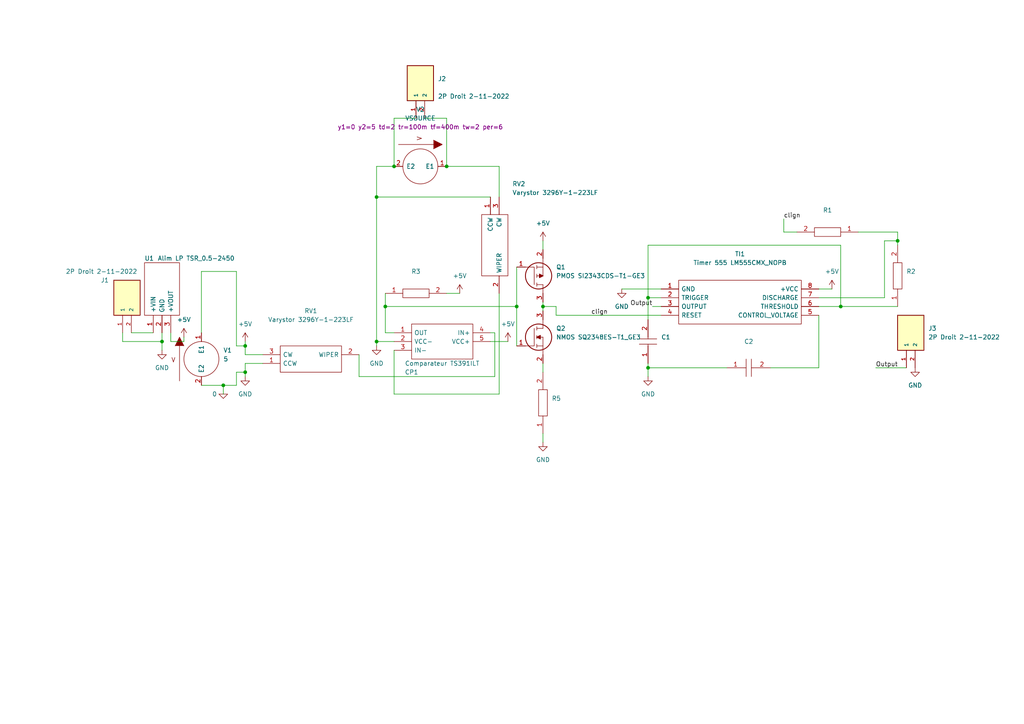
<source format=kicad_sch>
(kicad_sch (version 20211123) (generator eeschema)
  (paper "A4")
  (lib_symbols
    (symbol "EPSA_lib:2P Droit 2-11-2022" (pin_names (offset 1.016))
      (property "Reference" "J" (at -2.54 3.81 0))
      (property "Value" "2P Droit 2-11-2022" (at -12.7 6.35 0))
      (symbol "2P Droit 2-11-2022_0_0"
        (rectangle (start -5.08 -5.08) (end 5.08 2.54) (stroke (width 0.254)) (fill (type background)))
        (pin passive line (at -10.16 0 0) (length 5.08) (name "1") (number "1"))
        (pin passive line (at -10.16 -2.54 0) (length 5.08) (name "2") (number "2"))
      )
    )
    (symbol "EPSA_lib:Alim LP TSR_0.5-2450" (pin_names (offset 0.762))
      (property "Reference" "U" (at 21.59 7.62 0))
      (property "Value" "Alim LP TSR_0.5-2450" (at 21.59 5.08 0))
      (symbol "Alim LP TSR_0.5-2450_0_0"
        (pin passive line (at 0 0 0) (length 5.08) (name "+VIN") (number "1"))
        (pin passive line (at 0 -2.54 0) (length 5.08) (name "GND") (number "2"))
        (pin passive line (at 0 -5.08 0) (length 5.08) (name "+VOUT") (number "3"))
      )
      (symbol "Alim LP TSR_0.5-2450_0_1"
        (polyline (pts (xy 5.08 2.54) (xy 20.32 2.54) (xy 20.32 -7.62) (xy 5.08 -7.62) (xy 5.08 2.54)) (stroke (width 0.1524)))
      )
    )
    (symbol "EPSA_lib:Comparateur TS391ILT" (pin_names (offset 0.762))
      (property "Reference" "CP" (at 35.56 7.62 0))
      (property "Value" "Comparateur TS391ILT" (at 35.56 5.08 0))
      (property "Spice_Lib_File" "${EPSA}\\SpiceModel\\C_ts391.lib" (at 35.56 12.7 0))
      (symbol "Comparateur TS391ILT_0_0"
        (pin passive line (at 0 0 0) (length 5.08) (name "OUT") (number "1"))
        (pin passive line (at 0 -2.54 0) (length 5.08) (name "VCC-") (number "2"))
        (pin passive line (at 0 -5.08 0) (length 5.08) (name "IN-") (number "3"))
        (pin passive line (at 27.94 0 180) (length 5.08) (name "IN+") (number "4"))
        (pin passive line (at 27.94 -2.54 180) (length 5.08) (name "VCC+") (number "5"))
      )
      (symbol "Comparateur TS391ILT_0_1"
        (polyline (pts (xy 5.08 2.54) (xy 22.86 2.54) (xy 22.86 -7.62) (xy 5.08 -7.62) (xy 5.08 2.54)) (stroke (width 0.1524)))
      )
    )
    (symbol "EPSA_lib:Condensateur 0805Y1000104JXT" (pin_names (offset 0.762))
      (property "Reference" "C" (at 19.05 6.35 0))
      (property "Spice_Model" "10" (at 19.05 8.89 0))
      (symbol "Condensateur 0805Y1000104JXT_0_0"
        (pin passive line (at 0 0 0) (length 5.08) (name "~") (number "1"))
        (pin passive line (at 12.7 0 180) (length 5.08) (name "~") (number "2"))
      )
      (symbol "Condensateur 0805Y1000104JXT_0_1"
        (polyline (pts (xy 5.08 0) (xy 5.588 0)) (stroke (width 0.1524)))
        (polyline (pts (xy 5.588 2.54) (xy 5.588 -2.54)) (stroke (width 0.1524)))
        (polyline (pts (xy 7.112 0) (xy 7.62 0)) (stroke (width 0.1524)))
        (polyline (pts (xy 7.112 2.54) (xy 7.112 -2.54)) (stroke (width 0.1524)))
      )
    )
    (symbol "EPSA_lib:NMOS SQ2348ES-T1_GE3" (pin_names (offset 0.762))
      (property "Reference" "Q" (at 11.43 3.81 0))
      (property "Value" "NMOS SQ2348ES-T1_GE3" (at 11.43 1.27 0))
      (property "Spice_Lib_File" "${EPSA}\\SpiceModel\\NMOS_SQ2348ES_PS Rev A.LIB" (at 11.43 8.89 0))
      (symbol "NMOS SQ2348ES-T1_GE3_0_0"
        (pin passive line (at 0 0 0) (length 2.54) (name "~") (number "1"))
        (pin passive line (at 7.62 -5.08 90) (length 2.54) (name "~") (number "2"))
        (pin passive line (at 7.62 10.16 270) (length 2.54) (name "~") (number "3"))
      )
      (symbol "NMOS SQ2348ES-T1_GE3_0_1"
        (polyline (pts (xy 5.842 -0.508) (xy 5.842 0.508)) (stroke (width 0.1524)))
        (polyline (pts (xy 5.842 0) (xy 7.62 0)) (stroke (width 0.1524)))
        (polyline (pts (xy 5.842 2.032) (xy 5.842 3.048)) (stroke (width 0.1524)))
        (polyline (pts (xy 5.842 5.588) (xy 5.842 4.572)) (stroke (width 0.1524)))
        (polyline (pts (xy 7.62 2.54) (xy 5.842 2.54)) (stroke (width 0.1524)))
        (polyline (pts (xy 7.62 2.54) (xy 7.62 -2.54)) (stroke (width 0.1524)))
        (polyline (pts (xy 7.62 5.08) (xy 5.842 5.08)) (stroke (width 0.1524)))
        (polyline (pts (xy 7.62 5.08) (xy 7.62 7.62)) (stroke (width 0.1524)))
        (polyline (pts (xy 2.54 0) (xy 5.08 0) (xy 5.08 5.08)) (stroke (width 0.1524)))
        (polyline (pts (xy 5.842 2.54) (xy 6.858 3.048) (xy 6.858 2.032) (xy 5.842 2.54)) (stroke (width 0.254)) (fill (type outline)))
        (circle (center 6.35 2.54) (radius 3.81) (stroke (width 0.254)))
      )
    )
    (symbol "EPSA_lib:PMOS SI2343CDS-T1-GE3" (pin_names (offset 0.762))
      (property "Reference" "Q" (at 11.43 3.81 0))
      (property "Value" "PMOS SI2343CDS-T1-GE3" (at 11.43 1.27 0))
      (property "Spice_Lib_File" "${EPSA}\\SpiceModel\\PMOS_si2343cds_ps Rev B.lib" (at 11.43 8.89 0))
      (symbol "PMOS SI2343CDS-T1-GE3_0_0"
        (pin passive line (at 0 0 0) (length 2.54) (name "~") (number "1"))
        (pin passive line (at 7.62 -5.08 90) (length 2.54) (name "~") (number "2"))
        (pin passive line (at 7.62 10.16 270) (length 2.54) (name "~") (number "3"))
      )
      (symbol "PMOS SI2343CDS-T1-GE3_0_1"
        (polyline (pts (xy 5.842 -0.508) (xy 5.842 0.508)) (stroke (width 0.1524)))
        (polyline (pts (xy 5.842 0) (xy 7.62 0)) (stroke (width 0.1524)))
        (polyline (pts (xy 5.842 2.032) (xy 5.842 3.048)) (stroke (width 0.1524)))
        (polyline (pts (xy 5.842 5.588) (xy 5.842 4.572)) (stroke (width 0.1524)))
        (polyline (pts (xy 7.62 2.54) (xy 5.842 2.54)) (stroke (width 0.1524)))
        (polyline (pts (xy 7.62 2.54) (xy 7.62 -2.54)) (stroke (width 0.1524)))
        (polyline (pts (xy 7.62 5.08) (xy 5.842 5.08)) (stroke (width 0.1524)))
        (polyline (pts (xy 7.62 5.08) (xy 7.62 7.62)) (stroke (width 0.1524)))
        (polyline (pts (xy 2.54 0) (xy 5.08 0) (xy 5.08 5.08)) (stroke (width 0.1524)))
        (polyline (pts (xy 7.62 2.54) (xy 6.604 3.048) (xy 6.604 2.032) (xy 7.62 2.54)) (stroke (width 0.254)) (fill (type outline)))
        (circle (center 6.35 2.54) (radius 3.81) (stroke (width 0.254)))
      )
    )
    (symbol "EPSA_lib:Résistance RK73H2BLTDD2152F" (pin_names (offset 0.762))
      (property "Reference" "R" (at 25.4 6.35 0))
      (property "Spice_Model" "10" (at 25.4 8.89 0))
      (symbol "Résistance RK73H2BLTDD2152F_0_0"
        (pin passive line (at 0 0 0) (length 5.08) (name "~") (number "1"))
        (pin passive line (at 17.78 0 180) (length 5.08) (name "~") (number "2"))
      )
      (symbol "Résistance RK73H2BLTDD2152F_0_1"
        (polyline (pts (xy 5.08 1.27) (xy 12.7 1.27) (xy 12.7 -1.27) (xy 5.08 -1.27) (xy 5.08 1.27)) (stroke (width 0.1524)))
      )
    )
    (symbol "EPSA_lib:Timer 555 LM555CMX_NOPB" (pin_names (offset 0.762))
      (property "Reference" "TI" (at 55.88 10.16 0))
      (property "Value" "Timer 555 LM555CMX_NOPB" (at 55.88 5.08 0))
      (property "Spice_Lib_File" "${EPSA}\\SpiceModel\\555_TLC555.lib" (at 55.88 12.7 0))
      (symbol "Timer 555 LM555CMX_NOPB_0_0"
        (pin passive line (at 0 0 0) (length 5.08) (name "GND") (number "1"))
        (pin passive line (at 0 -2.54 0) (length 5.08) (name "TRIGGER") (number "2"))
        (pin passive line (at 0 -5.08 0) (length 5.08) (name "OUTPUT") (number "3"))
        (pin passive line (at 0 -7.62 0) (length 5.08) (name "RESET") (number "4"))
        (pin passive line (at 45.72 -7.62 180) (length 5.08) (name "CONTROL_VOLTAGE") (number "5"))
        (pin passive line (at 45.72 -5.08 180) (length 5.08) (name "THRESHOLD") (number "6"))
        (pin passive line (at 45.72 -2.54 180) (length 5.08) (name "DISCHARGE") (number "7"))
        (pin passive line (at 45.72 0 180) (length 5.08) (name "+VCC") (number "8"))
      )
      (symbol "Timer 555 LM555CMX_NOPB_0_1"
        (polyline (pts (xy 5.08 2.54) (xy 40.64 2.54) (xy 40.64 -10.16) (xy 5.08 -10.16) (xy 5.08 2.54)) (stroke (width 0.1524)))
      )
    )
    (symbol "EPSA_lib:VSOURCE" (pin_names (offset 1.016)) (in_bom no) (on_board no)
      (property "Reference" "V" (at -6.35 7.62 0))
      (property "Value" "VSOURCE" (at 0 0 0))
      (property "Spice_Model" "dc 5" (at -6.35 10.16 0))
      (symbol "VSOURCE_0_1"
        (polyline (pts (xy -6.35 -6.35) (xy -6.35 3.81)) (fill (type outline)))
        (polyline (pts (xy -7.62 3.81) (xy -6.35 6.35) (xy -5.08 3.81)) (fill (type outline)))
        (circle (center 0 0) (radius 5.08))
        (text "V" (at -8.128 -0.254 0) (effects (font (size 1.27 1.27))))
      )
      (symbol "VSOURCE_1_1"
        (pin input line (at 0 7.62 270) (length 2.54) (name "E1") (number "1"))
        (pin input line (at 0 -7.62 90) (length 2.54) (name "E2") (number "2"))
      )
    )
    (symbol "EPSA_lib:Varystor 3296Y-1-223LF" (pin_names (offset 0.762))
      (property "Reference" "RV" (at 34.29 7.62 0))
      (property "Value" "Varystor 3296Y-1-223LF" (at 34.29 5.08 0))
      (property "Spice_Model" "VARYSTOR Rtot=1k Part=0.5" (at 34.29 10.16 0))
      (property "Spice_Lib_File" "${EPSA}\\SpiceModel\\VARYSTOR.lib" (at 34.29 12.7 0))
      (symbol "Varystor 3296Y-1-223LF_0_0"
        (pin passive line (at 27.94 -2.54 180) (length 5.08) (name "CCW") (number "1"))
        (pin passive line (at 0 0 0) (length 5.08) (name "WIPER") (number "2"))
        (pin passive line (at 27.94 0 180) (length 5.08) (name "CW") (number "3"))
      )
      (symbol "Varystor 3296Y-1-223LF_0_1"
        (polyline (pts (xy 5.08 2.54) (xy 22.86 2.54) (xy 22.86 -5.08) (xy 5.08 -5.08) (xy 5.08 2.54)) (stroke (width 0.1524)))
      )
    )
    (symbol "power:+5V" (power) (pin_names (offset 0))
      (property "Value" "+5V" (at 0 3.556 0))
      (symbol "+5V_0_1"
        (polyline (pts (xy -0.762 1.27) (xy 0 2.54)))
        (polyline (pts (xy 0 0) (xy 0 2.54)))
        (polyline (pts (xy 0 2.54) (xy 0.762 1.27)))
      )
      (symbol "+5V_1_1"
        (pin power_in line (at 0 0 90) (length 0) hide (name "+5V") (number "1"))
      )
    )
    (symbol "power:GND" (power) (pin_names (offset 0))
      (property "Value" "GND" (at 0 -3.81 0))
      (symbol "GND_0_1"
        (polyline (pts (xy 0 0) (xy 0 -1.27) (xy 1.27 -1.27) (xy 0 -2.54) (xy -1.27 -1.27) (xy 0 -1.27)))
      )
      (symbol "GND_1_1"
        (pin power_in line (at 0 0 270) (length 0) hide (name "GND") (number "1"))
      )
    )
    (symbol "pspice:0" (power) (pin_names (offset 0))
      (property "Value" "0" (at 0 -1.778 0))
      (symbol "0_0_1"
        (polyline (pts (xy -1.27 0) (xy 0 -1.27) (xy 1.27 0) (xy -1.27 0)))
      )
      (symbol "0_1_1"
        (pin power_in line (at 0 0 0) (length 0) hide (name "0") (number "1"))
      )
    )
  )
  (junction (at 260.35 69.85))
  (junction (at 187.96 86.36))
  (junction (at 71.12 107.95))
  (junction (at 111.76 88.9))
  (junction (at 187.96 106.68))
  (junction (at 157.48 88.9))
  (junction (at 46.99 99.06))
  (junction (at 243.84 88.9))
  (junction (at 71.12 100.33))
  (junction (at 149.86 88.9))
  (junction (at 129.54 48.26))
  (junction (at 114.3 48.26))
  (junction (at 109.22 57.15))
  (junction (at 64.77 111.76))
  (junction (at 109.22 99.06))
  (wire (pts (xy 114.3 114.3) (xy 144.78 114.3)))
  (wire (pts (xy 157.48 88.9) (xy 157.48 90.17)))
  (wire (pts (xy 58.42 78.74) (xy 58.42 96.52)))
  (wire (pts (xy 227.33 67.31) (xy 227.33 63.5)))
  (wire (pts (xy 71.12 107.95) (xy 71.12 109.22)))
  (wire (pts (xy 161.29 88.9) (xy 157.48 88.9)))
  (wire (pts (xy 129.54 85.09) (xy 133.35 85.09)))
  (wire (pts (xy 38.1 96.52) (xy 44.45 96.52)))
  (wire (pts (xy 144.78 57.15) (xy 144.78 48.26)))
  (wire (pts (xy 109.22 48.26) (xy 114.3 48.26)))
  (wire (pts (xy 129.54 48.26) (xy 144.78 48.26)))
  (wire (pts (xy 71.12 100.33) (xy 71.12 102.87)))
  (wire (pts (xy 68.58 111.76) (xy 68.58 107.95)))
  (wire (pts (xy 111.76 88.9) (xy 111.76 96.52)))
  (wire (pts (xy 260.35 67.31) (xy 248.92 67.31)))
  (wire (pts (xy 157.48 69.85) (xy 157.48 72.39)))
  (wire (pts (xy 123.19 34.29) (xy 129.54 34.29)))
  (wire (pts (xy 149.86 88.9) (xy 149.86 100.33)))
  (wire (pts (xy 142.24 99.06) (xy 147.32 99.06)))
  (wire (pts (xy 161.29 91.44) (xy 191.77 91.44)))
  (wire (pts (xy 237.49 88.9) (xy 243.84 88.9)))
  (wire (pts (xy 187.96 105.41) (xy 187.96 106.68)))
  (wire (pts (xy 237.49 83.82) (xy 241.3 83.82)))
  (wire (pts (xy 58.42 111.76) (xy 64.77 111.76)))
  (wire (pts (xy 144.78 114.3) (xy 144.78 85.09)))
  (wire (pts (xy 46.99 99.06) (xy 46.99 101.6)))
  (wire (pts (xy 254 106.68) (xy 262.89 106.68)))
  (wire (pts (xy 189.23 88.9) (xy 191.77 88.9)))
  (wire (pts (xy 35.56 99.06) (xy 46.99 99.06)))
  (wire (pts (xy 149.86 77.47) (xy 149.86 88.9)))
  (wire (pts (xy 187.96 71.12) (xy 243.84 71.12)))
  (wire (pts (xy 260.35 69.85) (xy 260.35 71.12)))
  (wire (pts (xy 49.53 96.52) (xy 49.53 99.06)))
  (wire (pts (xy 157.48 87.63) (xy 157.48 88.9)))
  (wire (pts (xy 243.84 88.9) (xy 243.84 71.12)))
  (wire (pts (xy 68.58 78.74) (xy 68.58 100.33)))
  (wire (pts (xy 142.24 96.52) (xy 143.51 96.52)))
  (wire (pts (xy 231.14 67.31) (xy 227.33 67.31)))
  (wire (pts (xy 237.49 86.36) (xy 256.54 86.36)))
  (wire (pts (xy 49.53 99.06) (xy 53.34 99.06)))
  (wire (pts (xy 260.35 69.85) (xy 256.54 69.85)))
  (wire (pts (xy 104.14 109.22) (xy 143.51 109.22)))
  (wire (pts (xy 76.2 105.41) (xy 71.12 105.41)))
  (wire (pts (xy 114.3 34.29) (xy 114.3 48.26)))
  (wire (pts (xy 237.49 106.68) (xy 223.52 106.68)))
  (wire (pts (xy 71.12 99.06) (xy 71.12 100.33)))
  (wire (pts (xy 46.99 96.52) (xy 46.99 99.06)))
  (wire (pts (xy 187.96 106.68) (xy 210.82 106.68)))
  (wire (pts (xy 68.58 100.33) (xy 71.12 100.33)))
  (wire (pts (xy 187.96 106.68) (xy 187.96 109.22)))
  (wire (pts (xy 157.48 105.41) (xy 157.48 107.95)))
  (wire (pts (xy 104.14 109.22) (xy 104.14 102.87)))
  (wire (pts (xy 68.58 78.74) (xy 58.42 78.74)))
  (wire (pts (xy 109.22 100.33) (xy 109.22 99.06)))
  (wire (pts (xy 53.34 97.79) (xy 53.34 99.06)))
  (wire (pts (xy 109.22 99.06) (xy 114.3 99.06)))
  (wire (pts (xy 120.65 34.29) (xy 114.3 34.29)))
  (wire (pts (xy 129.54 34.29) (xy 129.54 48.26)))
  (wire (pts (xy 180.34 83.82) (xy 191.77 83.82)))
  (wire (pts (xy 260.35 67.31) (xy 260.35 69.85)))
  (wire (pts (xy 64.77 111.76) (xy 64.77 114.3)))
  (wire (pts (xy 111.76 88.9) (xy 149.86 88.9)))
  (wire (pts (xy 243.84 88.9) (xy 260.35 88.9)))
  (wire (pts (xy 157.48 125.73) (xy 157.48 128.27)))
  (wire (pts (xy 71.12 105.41) (xy 71.12 107.95)))
  (wire (pts (xy 109.22 48.26) (xy 109.22 57.15)))
  (wire (pts (xy 237.49 91.44) (xy 237.49 106.68)))
  (wire (pts (xy 143.51 109.22) (xy 143.51 96.52)))
  (wire (pts (xy 187.96 71.12) (xy 187.96 86.36)))
  (wire (pts (xy 114.3 96.52) (xy 111.76 96.52)))
  (wire (pts (xy 111.76 85.09) (xy 111.76 88.9)))
  (wire (pts (xy 35.56 96.52) (xy 35.56 99.06)))
  (wire (pts (xy 64.77 111.76) (xy 68.58 111.76)))
  (wire (pts (xy 114.3 101.6) (xy 114.3 114.3)))
  (wire (pts (xy 187.96 86.36) (xy 191.77 86.36)))
  (wire (pts (xy 256.54 69.85) (xy 256.54 86.36)))
  (wire (pts (xy 109.22 57.15) (xy 109.22 99.06)))
  (wire (pts (xy 68.58 107.95) (xy 71.12 107.95)))
  (wire (pts (xy 76.2 102.87) (xy 71.12 102.87)))
  (wire (pts (xy 161.29 91.44) (xy 161.29 88.9)))
  (wire (pts (xy 187.96 86.36) (xy 187.96 92.71)))
  (wire (pts (xy 109.22 57.15) (xy 142.24 57.15)))
  (label "Output" (at 189.23 88.9 180))
  (label "clign" (at 171.45 91.44 0))
  (label "clign" (at 227.33 63.5 0))
  (label "Output" (at 254 106.68 0))
  (symbol (lib_id "power:+5V") (at 241.3 83.82 0) (unit 1)
    (property "Reference" "#PWR0101" (effects hide))
    (property "Value" "+5V" (at 241.3 78.74 0))
  )
  (symbol (lib_id "power:GND") (at 71.12 109.22 0) (unit 1)
    (property "Reference" "#PWR04" (effects hide))
    (property "Value" "GND" (at 71.12 114.3 0))
  )
  (symbol (lib_id "EPSA_lib:Résistance RK73H2BLTDD2152F") (at 248.92 67.31 180) (unit 1)
    (property "Reference" "R1" (at 240.03 60.96 0))
    (property "Value" "Résistance RK73H2BLTDD2152F" (effects hide))
    (property "Footprint" "EPSA_lib:RESC3216X70N" (effects hide))
    (property "Datasheet" "http://www.koaspeer.com/catimages/Products/RK73H/RK73H.pdf" (effects hide))
    (property "Description" "Thick Film Resistors - SMD" (effects hide))
    (property "Height" "0.7" (effects hide))
    (property "Manufacturer_Name" "KOA Speer" (effects hide))
    (property "Manufacturer_Part_Number" "RK73H2BLTDD2152F" (effects hide))
    (property "Mouser Part Number" "N/A" (effects hide))
    (property "Mouser Price/Stock" "https://www.mouser.co.uk/ProductDetail/KOA-Speer/RK73H2BLTDD2152F?qs=WeIALVmW3zmyxMFsjVzMRw%3D%3D" (effects hide))
    (property "Spice_Primitive" "R" (effects hide))
    (property "Spice_Model" "500k" (at 240.03 63.5 0))
    (property "Spice_Netlist_Enabled" "Y" (effects hide))
  )
  (symbol (lib_id "power:+5V") (at 147.32 99.06 0) (unit 1)
    (property "Reference" "#PWR06" (effects hide))
    (property "Value" "+5V" (at 147.32 93.98 0))
  )
  (symbol (lib_id "EPSA_lib:2P Droit 2-11-2022") (at 120.65 24.13 90) (unit 1)
    (property "Reference" "J2" (at 127 22.8599 90) (effects (justify right)))
    (property "Value" "2P Droit 2-11-2022" (at 127 27.94 90) (effects (justify right)))
    (property "Footprint" "EPSA_lib:MOLEX_22-11-2022" (effects hide))
    (property "MAXIMUM_PACKAGE_HEIGHT" "10.66mm" (effects hide))
    (property "PARTREV" "BD8" (effects hide))
    (property "STANDARD" "Manufacturer Recommendations" (effects hide))
    (property "MANUFACTURER" "Molex" (effects hide))
    (property "Spice_Primitive" "J" (effects hide))
    (property "Spice_Model" "22-11-2022" (effects hide))
    (property "Spice_Netlist_Enabled" "N" (effects hide))
  )
  (symbol (lib_id "power:+5V") (at 71.12 99.06 0) (unit 1)
    (property "Reference" "#PWR03" (effects hide))
    (property "Value" "+5V" (at 71.12 93.98 0))
  )
  (symbol (lib_id "EPSA_lib:2P Droit 2-11-2022") (at 35.56 86.36 90) (unit 1)
    (property "Reference" "J1" (at 29.21 81.28 90) (effects (justify right)))
    (property "Value" "2P Droit 2-11-2022" (at 19.05 78.74 90) (effects (justify right)))
    (property "Footprint" "EPSA_lib:MOLEX_22-11-2022" (effects hide))
    (property "MAXIMUM_PACKAGE_HEIGHT" "10.66mm" (effects hide))
    (property "PARTREV" "BD8" (effects hide))
    (property "STANDARD" "Manufacturer Recommendations" (effects hide))
    (property "MANUFACTURER" "Molex" (effects hide))
    (property "Spice_Primitive" "J" (effects hide))
    (property "Spice_Model" "22-11-2022" (effects hide))
    (property "Spice_Netlist_Enabled" "N" (effects hide))
  )
  (symbol (lib_id "EPSA_lib:Résistance RK73H2BLTDD2152F") (at 260.35 88.9 90) (unit 1)
    (property "Reference" "R2" (at 262.89 78.7399 90) (effects (justify right)))
    (property "Value" "Résistance RK73H2BLTDD2152F" (effects hide))
    (property "Footprint" "EPSA_lib:RESC3216X70N" (effects hide))
    (property "Datasheet" "http://www.koaspeer.com/catimages/Products/RK73H/RK73H.pdf" (effects hide))
    (property "Description" "Thick Film Resistors - SMD" (effects hide))
    (property "Height" "0.7" (effects hide))
    (property "Manufacturer_Name" "KOA Speer" (effects hide))
    (property "Manufacturer_Part_Number" "RK73H2BLTDD2152F" (effects hide))
    (property "Mouser Part Number" "N/A" (effects hide))
    (property "Mouser Price/Stock" "https://www.mouser.co.uk/ProductDetail/KOA-Speer/RK73H2BLTDD2152F?qs=WeIALVmW3zmyxMFsjVzMRw%3D%3D" (effects hide))
    (property "Spice_Primitive" "R" (effects hide))
    (property "Spice_Model" "500k" (at 262.89 81.2799 90) (effects (justify right)))
    (property "Spice_Netlist_Enabled" "Y" (effects hide))
  )
  (symbol (lib_id "EPSA_lib:VSOURCE") (at 58.42 104.14 0) (unit 1) (in_bom no) (on_board no)
    (property "Reference" "V1" (at 64.77 101.5999 0) (effects (justify left)))
    (property "Value" "VSOURCE" (at 64.77 104.1399 0) (effects (justify left)))
    (property "Spice_Primitive" "V" (effects hide))
    (property "Spice_Model" "dc 5" (at 64.77 106.6799 0) (effects (justify left)))
    (property "Spice_Netlist_Enabled" "Y" (effects hide))
  )
  (symbol (lib_id "EPSA_lib:Résistance RK73H2BLTDD2152F") (at 111.76 85.09 0) (unit 1)
    (property "Reference" "R3" (at 120.65 78.74 0))
    (property "Value" "Résistance RK73H2BLTDD2152F" (effects hide))
    (property "Footprint" "EPSA_lib:RESC3216X70N" (effects hide))
    (property "Datasheet" "http://www.koaspeer.com/catimages/Products/RK73H/RK73H.pdf" (effects hide))
    (property "Description" "Thick Film Resistors - SMD" (effects hide))
    (property "Height" "0.7" (effects hide))
    (property "Manufacturer_Name" "KOA Speer" (effects hide))
    (property "Manufacturer_Part_Number" "RK73H2BLTDD2152F" (effects hide))
    (property "Mouser Part Number" "N/A" (effects hide))
    (property "Mouser Price/Stock" "https://www.mouser.co.uk/ProductDetail/KOA-Speer/RK73H2BLTDD2152F?qs=WeIALVmW3zmyxMFsjVzMRw%3D%3D" (effects hide))
    (property "Spice_Primitive" "R" (effects hide))
    (property "Spice_Model" "3k" (at 120.65 81.28 0))
    (property "Spice_Netlist_Enabled" "Y" (effects hide))
  )
  (symbol (lib_id "EPSA_lib:Résistance RK73H2BLTDD2152F") (at 157.48 125.73 90) (unit 1)
    (property "Reference" "R5" (at 160.02 115.5699 90) (effects (justify right)))
    (property "Value" "Résistance RK73H2BLTDD2152F" (effects hide))
    (property "Footprint" "EPSA_lib:RESC3216X70N" (effects hide))
    (property "Datasheet" "http://www.koaspeer.com/catimages/Products/RK73H/RK73H.pdf" (effects hide))
    (property "Description" "Thick Film Resistors - SMD" (effects hide))
    (property "Height" "0.7" (effects hide))
    (property "Manufacturer_Name" "KOA Speer" (effects hide))
    (property "Manufacturer_Part_Number" "RK73H2BLTDD2152F" (effects hide))
    (property "Mouser Part Number" "N/A" (effects hide))
    (property "Mouser Price/Stock" "https://www.mouser.co.uk/ProductDetail/KOA-Speer/RK73H2BLTDD2152F?qs=WeIALVmW3zmyxMFsjVzMRw%3D%3D" (effects hide))
    (property "Spice_Primitive" "R" (effects hide))
    (property "Spice_Model" "1k" (at 160.02 118.1099 90) (effects (justify right)))
    (property "Spice_Netlist_Enabled" "Y" (effects hide))
  )
  (symbol (lib_id "power:GND") (at 109.22 100.33 0) (unit 1)
    (property "Reference" "#PWR05" (effects hide))
    (property "Value" "GND" (at 109.22 105.41 0))
  )
  (symbol (lib_id "EPSA_lib:Varystor 3296Y-1-223LF") (at 144.78 85.09 270) (mirror x) (unit 1)
    (property "Reference" "RV2" (at 148.59 53.34 90) (effects (justify left)))
    (property "Value" "Varystor 3296Y-1-223LF" (at 148.59 55.88 90) (effects (justify left)))
    (property "Footprint" "EPSA_lib:3296Y1223LF" (effects hide))
    (property "Datasheet" "https://www.bourns.com/docs/Product-Datasheets/3296.pdf" (effects hide))
    (property "Description" "Bourns 3296Y Series 25-Turn Through Hole Cermet Trimmer Resistor with Solder Pin Terminations, 22k +/-10% 0.5W +/-100ppm/C" (effects hide))
    (property "Height" "11.8" (effects hide))
    (property "Manufacturer_Name" "Bourns" (effects hide))
    (property "Manufacturer_Part_Number" "3296Y-1-223LF" (effects hide))
    (property "Mouser Part Number" "652-3296Y-1-223LF" (effects hide))
    (property "Mouser Price/Stock" "https://www.mouser.co.uk/ProductDetail/Bourns/3296Y-1-223LF?qs=RUdTbCszRyG%2Fz0rQkQfbLg%3D%3D" (effects hide))
    (property "Arrow Part Number" "3296Y-1-223LF" (effects hide))
    (property "Arrow Price/Stock" "https://www.arrow.com/en/products/3296y-1-223lf/bourns" (effects hide))
    (property "Spice_Primitive" "X" (effects hide))
    (property "Spice_Model" "VARYSTOR Rtot=10k Part=0.7" (at 148.59 58.42 90) (effects (justify left)))
    (property "Spice_Netlist_Enabled" "Y" (effects hide))
    (property "Spice_Lib_File" "${EPSA}\\SpiceModel\\VARYSTOR.lib" (at 148.59 60.96 90) (effects (justify left)))
  )
  (symbol (lib_id "power:GND") (at 157.48 128.27 0) (unit 1)
    (property "Reference" "#PWR08" (effects hide))
    (property "Value" "GND" (at 157.48 133.35 0))
  )
  (symbol (lib_id "power:+5V") (at 133.35 85.09 0) (unit 1)
    (property "Reference" "#PWR09" (effects hide))
    (property "Value" "+5V" (at 133.35 80.01 0))
  )
  (symbol (lib_id "power:GND") (at 187.96 109.22 0) (unit 1)
    (property "Reference" "#PWR011" (effects hide))
    (property "Value" "GND" (at 187.96 114.3 0))
  )
  (symbol (lib_id "power:GND") (at 265.43 106.68 0) (unit 1)
    (property "Reference" "#PWR013" (effects hide))
    (property "Value" "GND" (at 265.43 111.76 0))
  )
  (symbol (lib_id "EPSA_lib:Timer 555 LM555CMX_NOPB") (at 191.77 83.82 0) (unit 1)
    (property "Reference" "TI1" (at 214.63 73.66 0))
    (property "Value" "Timer 555 LM555CMX_NOPB" (at 214.63 76.2 0))
    (property "Footprint" "EPSA_lib:SOIC127P600X175-8N" (effects hide))
    (property "Datasheet" "http://www.ti.com/lit/ds/symlink/lm555.pdf" (effects hide))
    (property "Description" "Highly stable 555 timer for generating accurate time delays and oscillation" (effects hide))
    (property "Height" "1.75" (effects hide))
    (property "Manufacturer_Name" "Texas Instruments" (effects hide))
    (property "Manufacturer_Part_Number" "LM555CMX/NOPB" (effects hide))
    (property "Mouser Part Number" "926-LM555CMX/NOPB" (effects hide))
    (property "Mouser Price/Stock" "https://www.mouser.co.uk/ProductDetail/Texas-Instruments/LM555CMX-NOPB?qs=QbsRYf82W3GHnQuoL%2FmIoA%3D%3D" (effects hide))
    (property "Arrow Part Number" "LM555CMX/NOPB" (effects hide))
    (property "Arrow Price/Stock" "https://www.arrow.com/en/products/lm555cmxnopb/texas-instruments?region=nac" (effects hide))
    (property "Spice_Primitive" "X" (effects hide))
    (property "Spice_Model" "TLC555" (effects hide))
    (property "Spice_Netlist_Enabled" "Y" (effects hide))
    (property "Spice_Lib_File" "${EPSA}\\SpiceModel\\555_TLC555.lib" (at 214.63 78.74 0))
    (property "Spice_Node_Sequence" "6,5,2,4,3,7,8,1" (effects hide))
  )
  (symbol (lib_id "pspice:0") (at 64.77 114.3 0) (unit 1)
    (property "Reference" "#GND01" (effects hide))
    (property "Value" "0" (at 62.23 114.3 0))
  )
  (symbol (lib_id "power:+5V") (at 157.48 69.85 0) (unit 1)
    (property "Reference" "#PWR07" (effects hide))
    (property "Value" "+5V" (at 157.48 64.77 0))
  )
  (symbol (lib_id "EPSA_lib:Comparateur TS391ILT") (at 114.3 96.52 0) (unit 1)
    (property "Reference" "CP1" (at 119.38 107.95 0))
    (property "Value" "Comparateur TS391ILT" (at 128.27 105.41 0))
    (property "Footprint" "EPSA_lib:SOT95P280X145-5N" (effects hide))
    (property "Datasheet" "http://www.st.com/st-web-ui/static/active/en/resource/technical/document/datasheet/CD00001660.pdf" (effects hide))
    (property "Description" "TS391ILT, Comparator Open Collector 0.3us 12 V, 15 V, 18 V, 24 V, 28 V, 3 V, 5 V, 9 V 5-Pin SOT-23" (effects hide))
    (property "Height" "1.45" (effects hide))
    (property "Manufacturer_Name" "STMicroelectronics" (effects hide))
    (property "Manufacturer_Part_Number" "TS391ILT" (effects hide))
    (property "Mouser Part Number" "511-TS391IL" (effects hide))
    (property "Mouser Price/Stock" "https://www.mouser.co.uk/ProductDetail/STMicroelectronics/TS391ILT?qs=P8h1tZw8GcB9GWR61XM17g%3D%3D" (effects hide))
    (property "Arrow Part Number" "TS391ILT" (effects hide))
    (property "Arrow Price/Stock" "https://www.arrow.com/en/products/ts391ilt/stmicroelectronics?region=europe" (effects hide))
    (property "Spice_Primitive" "X" (effects hide))
    (property "Spice_Model" "TS391" (effects hide))
    (property "Spice_Netlist_Enabled" "Y" (effects hide))
    (property "Spice_Node_Sequence" "4,3,5,2,1" (effects hide))
    (property "Spice_Lib_File" "${EPSA}\\SpiceModel\\C_ts391.lib" (at 128.27 91.44 0))
  )
  (symbol (lib_id "power:GND") (at 46.99 101.6 0) (unit 1)
    (property "Reference" "#PWR01" (effects hide))
    (property "Value" "GND" (at 46.99 106.68 0))
  )
  (symbol (lib_id "EPSA_lib:2P Droit 2-11-2022") (at 262.89 96.52 90) (unit 1)
    (property "Reference" "J3" (at 269.24 95.2499 90) (effects (justify right)))
    (property "Value" "2P Droit 2-11-2022" (at 269.24 97.7899 90) (effects (justify right)))
    (property "Footprint" "EPSA_lib:MOLEX_22-11-2022" (effects hide))
    (property "MAXIMUM_PACKAGE_HEIGHT" "10.66mm" (effects hide))
    (property "PARTREV" "BD8" (effects hide))
    (property "STANDARD" "Manufacturer Recommendations" (effects hide))
    (property "MANUFACTURER" "Molex" (effects hide))
    (property "Spice_Primitive" "J" (effects hide))
    (property "Spice_Model" "22-11-2022" (effects hide))
    (property "Spice_Netlist_Enabled" "N" (effects hide))
  )
  (symbol (lib_id "EPSA_lib:Condensateur 0805Y1000104JXT") (at 187.96 105.41 90) (unit 1)
    (property "Reference" "C1" (at 191.77 97.7899 90) (effects (justify right)))
    (property "Value" "Condensateur 0805Y1000104JXT" (effects hide))
    (property "Footprint" "EPSA_lib:CAPC2012X130N" (effects hide))
    (property "Datasheet" "http://docs-europe.electrocomponents.com/webdocs/119d/0900766b8119d7bc.pdf" (effects hide))
    (property "Description" "Syfer 0805 Ceramic Chip Capacitors" (effects hide))
    (property "Height" "1.3" (effects hide))
    (property "Manufacturer_Name" "Syfer" (effects hide))
    (property "Manufacturer_Part_Number" "0805Y1000104JXT" (effects hide))
    (property "Arrow Part Number" "0805Y1000104JXT" (effects hide))
    (property "Arrow Price/Stock" "https://www.arrow.com/en/products/0805y1000104jxt/syfer-technology?region=europe" (effects hide))
    (property "Spice_Primitive" "C" (effects hide))
    (property "Spice_Model" "1u" (at 191.77 100.3299 90) (effects (justify right)))
    (property "Spice_Netlist_Enabled" "Y" (effects hide))
  )
  (symbol (lib_id "power:GND") (at 180.34 83.82 0) (unit 1)
    (property "Reference" "#PWR010" (effects hide))
    (property "Value" "GND" (at 180.34 88.9 0))
  )
  (symbol (lib_id "power:+5V") (at 53.34 97.79 0) (unit 1)
    (property "Reference" "#PWR02" (effects hide))
    (property "Value" "+5V" (at 53.34 92.71 0))
  )
  (symbol (lib_id "EPSA_lib:Condensateur 0805Y1000104JXT") (at 210.82 106.68 0) (unit 1)
    (property "Reference" "C2" (at 217.17 99.06 0))
    (property "Value" "Condensateur 0805Y1000104JXT" (effects hide))
    (property "Footprint" "EPSA_lib:CAPC2012X130N" (effects hide))
    (property "Datasheet" "http://docs-europe.electrocomponents.com/webdocs/119d/0900766b8119d7bc.pdf" (effects hide))
    (property "Description" "Syfer 0805 Ceramic Chip Capacitors" (effects hide))
    (property "Height" "1.3" (effects hide))
    (property "Manufacturer_Name" "Syfer" (effects hide))
    (property "Manufacturer_Part_Number" "0805Y1000104JXT" (effects hide))
    (property "Arrow Part Number" "0805Y1000104JXT" (effects hide))
    (property "Arrow Price/Stock" "https://www.arrow.com/en/products/0805y1000104jxt/syfer-technology?region=europe" (effects hide))
    (property "Spice_Primitive" "C" (effects hide))
    (property "Spice_Model" "0.01u" (at 217.17 101.6 0))
    (property "Spice_Netlist_Enabled" "Y" (effects hide))
  )
  (symbol (lib_id "EPSA_lib:PMOS SI2343CDS-T1-GE3") (at 149.86 77.47 0) (mirror x) (unit 1)
    (property "Reference" "Q1" (at 161.29 77.4699 0) (effects (justify left)))
    (property "Value" "PMOS SI2343CDS-T1-GE3" (at 161.29 80.0099 0) (effects (justify left)))
    (property "Footprint" "EPSA_lib:SOT95P237X112-3N" (effects hide))
    (property "Datasheet" "https://datasheet.datasheetarchive.com/originals/distributors/Datasheets-DGA23/1582493.pdf" (effects hide))
    (property "Description" "Trans MOSFET P-CH 30V 4.2A 3-Pin Vishay SI2343CDS-T1-GE3 P-channel MOSFET Transistor, 4.7 A, -30 V, 3-Pin TO-236" (effects hide))
    (property "Height" "1.12" (effects hide))
    (property "Manufacturer_Name" "Vishay" (effects hide))
    (property "Manufacturer_Part_Number" "SI2343CDS-T1-GE3" (effects hide))
    (property "Mouser Part Number" "781-SI2343CDS-T1-GE3" (effects hide))
    (property "Mouser Price/Stock" "https://www.mouser.co.uk/ProductDetail/Vishay-Semiconductors/SI2343CDS-T1-GE3?qs=WX95TUc1y56rXCTRPp%252BkZQ%3D%3D" (effects hide))
    (property "Arrow Part Number" "SI2343CDS-T1-GE3" (effects hide))
    (property "Arrow Price/Stock" "https://www.arrow.com/en/products/si2343cds-t1-ge3/vishay" (effects hide))
    (property "Spice_Primitive" "X" (effects hide))
    (property "Spice_Model" "Si2343CDS" (effects hide))
    (property "Spice_Netlist_Enabled" "Y" (effects hide))
    (property "Spice_Node_Sequence" "3,1,2" (effects hide))
    (property "Spice_Lib_File" "${EPSA}\\SpiceModel\\PMOS_si2343cds_ps Rev B.lib" (at 161.29 82.5499 0) (effects (justify left)))
  )
  (symbol (lib_id "EPSA_lib:Varystor 3296Y-1-223LF") (at 104.14 102.87 0) (mirror y) (unit 1)
    (property "Reference" "RV1" (at 90.17 90.17 0))
    (property "Value" "Varystor 3296Y-1-223LF" (at 90.17 92.71 0))
    (property "Footprint" "EPSA_lib:3296Y1223LF" (effects hide))
    (property "Datasheet" "https://www.bourns.com/docs/Product-Datasheets/3296.pdf" (effects hide))
    (property "Description" "Bourns 3296Y Series 25-Turn Through Hole Cermet Trimmer Resistor with Solder Pin Terminations, 22k +/-10% 0.5W +/-100ppm/C" (effects hide))
    (property "Height" "11.8" (effects hide))
    (property "Manufacturer_Name" "Bourns" (effects hide))
    (property "Manufacturer_Part_Number" "3296Y-1-223LF" (effects hide))
    (property "Mouser Part Number" "652-3296Y-1-223LF" (effects hide))
    (property "Mouser Price/Stock" "https://www.mouser.co.uk/ProductDetail/Bourns/3296Y-1-223LF?qs=RUdTbCszRyG%2Fz0rQkQfbLg%3D%3D" (effects hide))
    (property "Arrow Part Number" "3296Y-1-223LF" (effects hide))
    (property "Arrow Price/Stock" "https://www.arrow.com/en/products/3296y-1-223lf/bourns" (effects hide))
    (property "Spice_Primitive" "X" (effects hide))
    (property "Spice_Model" "VARYSTOR Rtot=2k Part=0.5" (at 90.17 95.25 0))
    (property "Spice_Netlist_Enabled" "Y" (effects hide))
    (property "Spice_Lib_File" "${EPSA}\\SpiceModel\\VARYSTOR.lib" (at 90.17 97.79 0))
  )
  (symbol (lib_id "EPSA_lib:NMOS SQ2348ES-T1_GE3") (at 149.86 100.33 0) (unit 1)
    (property "Reference" "Q2" (at 161.29 95.2499 0) (effects (justify left)))
    (property "Value" "NMOS SQ2348ES-T1_GE3" (at 161.29 97.7899 0) (effects (justify left)))
    (property "Footprint" "EPSA_lib:SOT95P237X112-3N" (effects hide))
    (property "Datasheet" "http://www.vishay.com/docs/63706/sq2348es.pdf" (effects hide))
    (property "Description" "VISHAY - SQ2348ES-T1_GE3 - MOSFET, AEC-Q101, N-CH, 30V, SOT-23" (effects hide))
    (property "Height" "1.12" (effects hide))
    (property "Manufacturer_Name" "Vishay" (effects hide))
    (property "Manufacturer_Part_Number" "SQ2348ES-T1_GE3" (effects hide))
    (property "Mouser Part Number" "781-SQ2348ES-T1_GE3" (effects hide))
    (property "Mouser Price/Stock" "https://www.mouser.co.uk/ProductDetail/Vishay-Siliconix/SQ2348ES-T1_GE3?qs=jHkklCh7amgC88blremf%252Bw%3D%3D" (effects hide))
    (property "Arrow Part Number" "SQ2348ES-T1_GE3" (effects hide))
    (property "Arrow Price/Stock" "https://www.arrow.com/en/products/sq2348es-t1-ge3/vishay?region=nac" (effects hide))
    (property "Spice_Primitive" "X" (effects hide))
    (property "Spice_Model" "SQ2348ES" (effects hide))
    (property "Spice_Netlist_Enabled" "Y" (effects hide))
    (property "Spice_Node_Sequence" "3,1,2" (effects hide))
    (property "Spice_Lib_File" "${EPSA}\\SpiceModel\\NMOS_SQ2348ES_PS Rev A.LIB" (at 161.29 100.3299 0) (effects (justify left)))
  )
  (symbol (lib_id "EPSA_lib:VSOURCE") (at 121.92 48.26 270) (unit 1) (in_bom no) (on_board no)
    (property "Reference" "V2" (at 121.92 31.75 90))
    (property "Value" "VSOURCE" (at 121.92 34.29 90))
    (property "Spice_Primitive" "V" (effects hide))
    (property "Spice_Model" "pulse(0 5 2 100m 400m 2 6)" (at 121.92 36.83 90))
    (property "Spice_Netlist_Enabled" "Y" (effects hide))
  )
  (symbol (lib_id "EPSA_lib:Alim LP TSR_0.5-2450") (at 44.45 96.52 90) (unit 1)
    (property "Reference" "U1" (at 41.91 74.93 90) (effects (justify right)))
    (property "Value" "Alim LP TSR_0.5-2450" (at 45.72 74.93 90) (effects (justify right)))
    (property "Footprint" "EPSA_lib:TSR-0.5-2433" (effects hide))
    (property "Datasheet" "https://tracopower.com/tsr0-5-datasheet/" (effects hide))
    (property "Description" "0.5 Amp POL switching regulator, 4.75 to -32 VDC input, pos.-pos. circuit, LM78 compatible, SIP-3" (effects hide))
    (property "Manufacturer_Name" "Traco Power" (effects hide))
    (property "Manufacturer_Part_Number" "TSR 0.5-2450" (effects hide))
    (property "Mouser Part Number" "495-TSR0.5-2450" (effects hide))
    (property "Mouser Price/Stock" "https://www.mouser.co.uk/ProductDetail/TRACO-Power/TSR-0.5-2450?qs=ckJk83FOD0XpEgQBSwF%2FIw%3D%3D" (effects hide))
    (property "Arrow Part Number" "TSR 0.5-2450" (effects hide))
    (property "Arrow Price/Stock" "https://www.arrow.com/en/products/tsr0.5-2450/traco-electronic-ag?region=europe" (effects hide))
    (property "Spice_Primitive" "R" (effects hide))
    (property "Spice_Netlist_Enabled" "N" (effects hide))
    (property "Spice_Model" "Alim LP TSR_0.5-2450" (effects hide))
  )
)
</source>
